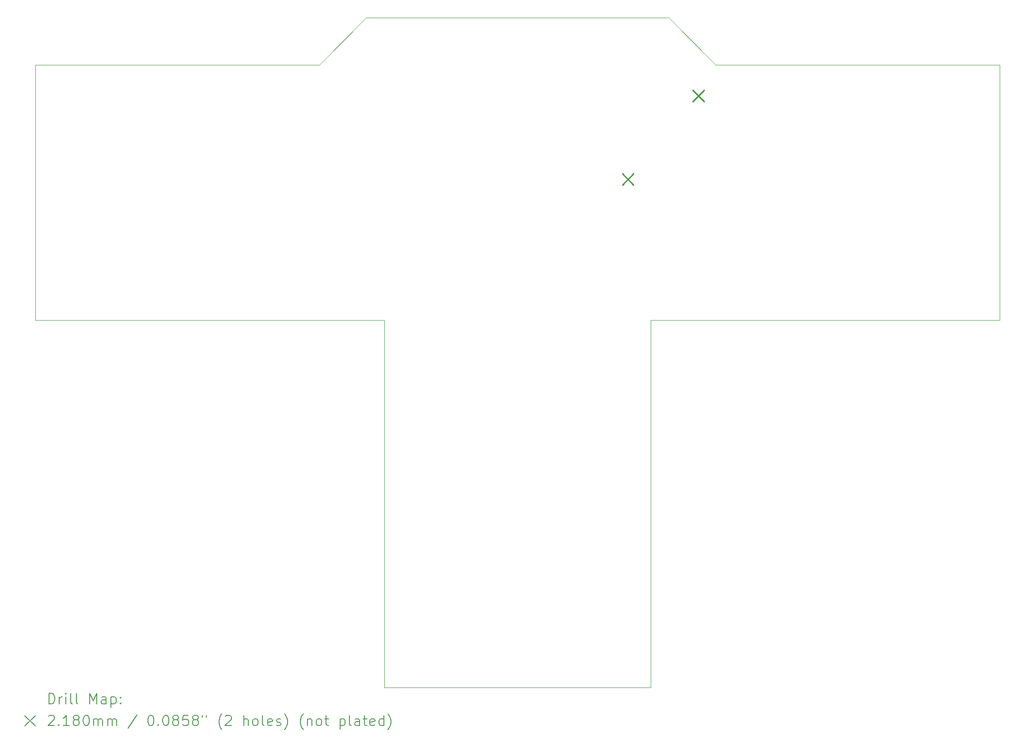
<source format=gbr>
%TF.GenerationSoftware,KiCad,Pcbnew,8.0.3*%
%TF.CreationDate,2024-07-01T16:26:18+02:00*%
%TF.ProjectId,bottomPCB,626f7474-6f6d-4504-9342-2e6b69636164,rev?*%
%TF.SameCoordinates,Original*%
%TF.FileFunction,Drillmap*%
%TF.FilePolarity,Positive*%
%FSLAX45Y45*%
G04 Gerber Fmt 4.5, Leading zero omitted, Abs format (unit mm)*
G04 Created by KiCad (PCBNEW 8.0.3) date 2024-07-01 16:26:18*
%MOMM*%
%LPD*%
G01*
G04 APERTURE LIST*
%ADD10C,0.050000*%
%ADD11C,0.200000*%
%ADD12C,0.218000*%
G04 APERTURE END LIST*
D10*
X-2800000Y1700000D02*
X-1900000Y2600000D01*
X10239000Y-3200000D02*
X10239000Y1700000D01*
X-1550000Y-10239000D02*
X3550000Y-10239000D01*
X4800000Y1700000D02*
X3900000Y2600000D01*
X-8239000Y-3200000D02*
X-1550000Y-3200000D01*
X-1550000Y-3200000D02*
X-1550000Y-10239000D01*
X4800000Y1700000D02*
X10239000Y1700000D01*
X-8239000Y-3200000D02*
X-8239000Y1700000D01*
X3550000Y-3200000D02*
X3550000Y-10239000D01*
X10239000Y-3200000D02*
X3550000Y-3200000D01*
X3900000Y2600000D02*
X-1900000Y2600000D01*
X-2800000Y1700000D02*
X-8239000Y1700000D01*
D11*
D12*
X3008000Y-384000D02*
X3226000Y-602000D01*
X3226000Y-384000D02*
X3008000Y-602000D01*
X4358000Y1216000D02*
X4576000Y998000D01*
X4576000Y1216000D02*
X4358000Y998000D01*
D11*
X-7980723Y-10552984D02*
X-7980723Y-10352984D01*
X-7980723Y-10352984D02*
X-7933104Y-10352984D01*
X-7933104Y-10352984D02*
X-7904533Y-10362508D01*
X-7904533Y-10362508D02*
X-7885485Y-10381555D01*
X-7885485Y-10381555D02*
X-7875961Y-10400603D01*
X-7875961Y-10400603D02*
X-7866437Y-10438698D01*
X-7866437Y-10438698D02*
X-7866437Y-10467270D01*
X-7866437Y-10467270D02*
X-7875961Y-10505365D01*
X-7875961Y-10505365D02*
X-7885485Y-10524412D01*
X-7885485Y-10524412D02*
X-7904533Y-10543460D01*
X-7904533Y-10543460D02*
X-7933104Y-10552984D01*
X-7933104Y-10552984D02*
X-7980723Y-10552984D01*
X-7780723Y-10552984D02*
X-7780723Y-10419650D01*
X-7780723Y-10457746D02*
X-7771199Y-10438698D01*
X-7771199Y-10438698D02*
X-7761675Y-10429174D01*
X-7761675Y-10429174D02*
X-7742628Y-10419650D01*
X-7742628Y-10419650D02*
X-7723580Y-10419650D01*
X-7656914Y-10552984D02*
X-7656914Y-10419650D01*
X-7656914Y-10352984D02*
X-7666437Y-10362508D01*
X-7666437Y-10362508D02*
X-7656914Y-10372031D01*
X-7656914Y-10372031D02*
X-7647390Y-10362508D01*
X-7647390Y-10362508D02*
X-7656914Y-10352984D01*
X-7656914Y-10352984D02*
X-7656914Y-10372031D01*
X-7533104Y-10552984D02*
X-7552152Y-10543460D01*
X-7552152Y-10543460D02*
X-7561675Y-10524412D01*
X-7561675Y-10524412D02*
X-7561675Y-10352984D01*
X-7428342Y-10552984D02*
X-7447390Y-10543460D01*
X-7447390Y-10543460D02*
X-7456914Y-10524412D01*
X-7456914Y-10524412D02*
X-7456914Y-10352984D01*
X-7199771Y-10552984D02*
X-7199771Y-10352984D01*
X-7199771Y-10352984D02*
X-7133104Y-10495841D01*
X-7133104Y-10495841D02*
X-7066437Y-10352984D01*
X-7066437Y-10352984D02*
X-7066437Y-10552984D01*
X-6885485Y-10552984D02*
X-6885485Y-10448222D01*
X-6885485Y-10448222D02*
X-6895009Y-10429174D01*
X-6895009Y-10429174D02*
X-6914056Y-10419650D01*
X-6914056Y-10419650D02*
X-6952152Y-10419650D01*
X-6952152Y-10419650D02*
X-6971199Y-10429174D01*
X-6885485Y-10543460D02*
X-6904533Y-10552984D01*
X-6904533Y-10552984D02*
X-6952152Y-10552984D01*
X-6952152Y-10552984D02*
X-6971199Y-10543460D01*
X-6971199Y-10543460D02*
X-6980723Y-10524412D01*
X-6980723Y-10524412D02*
X-6980723Y-10505365D01*
X-6980723Y-10505365D02*
X-6971199Y-10486317D01*
X-6971199Y-10486317D02*
X-6952152Y-10476793D01*
X-6952152Y-10476793D02*
X-6904533Y-10476793D01*
X-6904533Y-10476793D02*
X-6885485Y-10467270D01*
X-6790247Y-10419650D02*
X-6790247Y-10619650D01*
X-6790247Y-10429174D02*
X-6771199Y-10419650D01*
X-6771199Y-10419650D02*
X-6733104Y-10419650D01*
X-6733104Y-10419650D02*
X-6714056Y-10429174D01*
X-6714056Y-10429174D02*
X-6704533Y-10438698D01*
X-6704533Y-10438698D02*
X-6695009Y-10457746D01*
X-6695009Y-10457746D02*
X-6695009Y-10514889D01*
X-6695009Y-10514889D02*
X-6704533Y-10533936D01*
X-6704533Y-10533936D02*
X-6714056Y-10543460D01*
X-6714056Y-10543460D02*
X-6733104Y-10552984D01*
X-6733104Y-10552984D02*
X-6771199Y-10552984D01*
X-6771199Y-10552984D02*
X-6790247Y-10543460D01*
X-6609294Y-10533936D02*
X-6599771Y-10543460D01*
X-6599771Y-10543460D02*
X-6609294Y-10552984D01*
X-6609294Y-10552984D02*
X-6618818Y-10543460D01*
X-6618818Y-10543460D02*
X-6609294Y-10533936D01*
X-6609294Y-10533936D02*
X-6609294Y-10552984D01*
X-6609294Y-10429174D02*
X-6599771Y-10438698D01*
X-6599771Y-10438698D02*
X-6609294Y-10448222D01*
X-6609294Y-10448222D02*
X-6618818Y-10438698D01*
X-6618818Y-10438698D02*
X-6609294Y-10429174D01*
X-6609294Y-10429174D02*
X-6609294Y-10448222D01*
X-8441500Y-10781500D02*
X-8241500Y-10981500D01*
X-8241500Y-10781500D02*
X-8441500Y-10981500D01*
X-7990247Y-10792031D02*
X-7980723Y-10782508D01*
X-7980723Y-10782508D02*
X-7961675Y-10772984D01*
X-7961675Y-10772984D02*
X-7914056Y-10772984D01*
X-7914056Y-10772984D02*
X-7895009Y-10782508D01*
X-7895009Y-10782508D02*
X-7885485Y-10792031D01*
X-7885485Y-10792031D02*
X-7875961Y-10811079D01*
X-7875961Y-10811079D02*
X-7875961Y-10830127D01*
X-7875961Y-10830127D02*
X-7885485Y-10858698D01*
X-7885485Y-10858698D02*
X-7999771Y-10972984D01*
X-7999771Y-10972984D02*
X-7875961Y-10972984D01*
X-7790247Y-10953936D02*
X-7780723Y-10963460D01*
X-7780723Y-10963460D02*
X-7790247Y-10972984D01*
X-7790247Y-10972984D02*
X-7799771Y-10963460D01*
X-7799771Y-10963460D02*
X-7790247Y-10953936D01*
X-7790247Y-10953936D02*
X-7790247Y-10972984D01*
X-7590247Y-10972984D02*
X-7704533Y-10972984D01*
X-7647390Y-10972984D02*
X-7647390Y-10772984D01*
X-7647390Y-10772984D02*
X-7666437Y-10801555D01*
X-7666437Y-10801555D02*
X-7685485Y-10820603D01*
X-7685485Y-10820603D02*
X-7704533Y-10830127D01*
X-7475961Y-10858698D02*
X-7495009Y-10849174D01*
X-7495009Y-10849174D02*
X-7504533Y-10839650D01*
X-7504533Y-10839650D02*
X-7514056Y-10820603D01*
X-7514056Y-10820603D02*
X-7514056Y-10811079D01*
X-7514056Y-10811079D02*
X-7504533Y-10792031D01*
X-7504533Y-10792031D02*
X-7495009Y-10782508D01*
X-7495009Y-10782508D02*
X-7475961Y-10772984D01*
X-7475961Y-10772984D02*
X-7437866Y-10772984D01*
X-7437866Y-10772984D02*
X-7418818Y-10782508D01*
X-7418818Y-10782508D02*
X-7409294Y-10792031D01*
X-7409294Y-10792031D02*
X-7399771Y-10811079D01*
X-7399771Y-10811079D02*
X-7399771Y-10820603D01*
X-7399771Y-10820603D02*
X-7409294Y-10839650D01*
X-7409294Y-10839650D02*
X-7418818Y-10849174D01*
X-7418818Y-10849174D02*
X-7437866Y-10858698D01*
X-7437866Y-10858698D02*
X-7475961Y-10858698D01*
X-7475961Y-10858698D02*
X-7495009Y-10868222D01*
X-7495009Y-10868222D02*
X-7504533Y-10877746D01*
X-7504533Y-10877746D02*
X-7514056Y-10896793D01*
X-7514056Y-10896793D02*
X-7514056Y-10934889D01*
X-7514056Y-10934889D02*
X-7504533Y-10953936D01*
X-7504533Y-10953936D02*
X-7495009Y-10963460D01*
X-7495009Y-10963460D02*
X-7475961Y-10972984D01*
X-7475961Y-10972984D02*
X-7437866Y-10972984D01*
X-7437866Y-10972984D02*
X-7418818Y-10963460D01*
X-7418818Y-10963460D02*
X-7409294Y-10953936D01*
X-7409294Y-10953936D02*
X-7399771Y-10934889D01*
X-7399771Y-10934889D02*
X-7399771Y-10896793D01*
X-7399771Y-10896793D02*
X-7409294Y-10877746D01*
X-7409294Y-10877746D02*
X-7418818Y-10868222D01*
X-7418818Y-10868222D02*
X-7437866Y-10858698D01*
X-7275961Y-10772984D02*
X-7256913Y-10772984D01*
X-7256913Y-10772984D02*
X-7237866Y-10782508D01*
X-7237866Y-10782508D02*
X-7228342Y-10792031D01*
X-7228342Y-10792031D02*
X-7218818Y-10811079D01*
X-7218818Y-10811079D02*
X-7209294Y-10849174D01*
X-7209294Y-10849174D02*
X-7209294Y-10896793D01*
X-7209294Y-10896793D02*
X-7218818Y-10934889D01*
X-7218818Y-10934889D02*
X-7228342Y-10953936D01*
X-7228342Y-10953936D02*
X-7237866Y-10963460D01*
X-7237866Y-10963460D02*
X-7256913Y-10972984D01*
X-7256913Y-10972984D02*
X-7275961Y-10972984D01*
X-7275961Y-10972984D02*
X-7295009Y-10963460D01*
X-7295009Y-10963460D02*
X-7304533Y-10953936D01*
X-7304533Y-10953936D02*
X-7314056Y-10934889D01*
X-7314056Y-10934889D02*
X-7323580Y-10896793D01*
X-7323580Y-10896793D02*
X-7323580Y-10849174D01*
X-7323580Y-10849174D02*
X-7314056Y-10811079D01*
X-7314056Y-10811079D02*
X-7304533Y-10792031D01*
X-7304533Y-10792031D02*
X-7295009Y-10782508D01*
X-7295009Y-10782508D02*
X-7275961Y-10772984D01*
X-7123580Y-10972984D02*
X-7123580Y-10839650D01*
X-7123580Y-10858698D02*
X-7114056Y-10849174D01*
X-7114056Y-10849174D02*
X-7095009Y-10839650D01*
X-7095009Y-10839650D02*
X-7066437Y-10839650D01*
X-7066437Y-10839650D02*
X-7047390Y-10849174D01*
X-7047390Y-10849174D02*
X-7037866Y-10868222D01*
X-7037866Y-10868222D02*
X-7037866Y-10972984D01*
X-7037866Y-10868222D02*
X-7028342Y-10849174D01*
X-7028342Y-10849174D02*
X-7009294Y-10839650D01*
X-7009294Y-10839650D02*
X-6980723Y-10839650D01*
X-6980723Y-10839650D02*
X-6961675Y-10849174D01*
X-6961675Y-10849174D02*
X-6952152Y-10868222D01*
X-6952152Y-10868222D02*
X-6952152Y-10972984D01*
X-6856913Y-10972984D02*
X-6856913Y-10839650D01*
X-6856913Y-10858698D02*
X-6847390Y-10849174D01*
X-6847390Y-10849174D02*
X-6828342Y-10839650D01*
X-6828342Y-10839650D02*
X-6799771Y-10839650D01*
X-6799771Y-10839650D02*
X-6780723Y-10849174D01*
X-6780723Y-10849174D02*
X-6771199Y-10868222D01*
X-6771199Y-10868222D02*
X-6771199Y-10972984D01*
X-6771199Y-10868222D02*
X-6761675Y-10849174D01*
X-6761675Y-10849174D02*
X-6742628Y-10839650D01*
X-6742628Y-10839650D02*
X-6714056Y-10839650D01*
X-6714056Y-10839650D02*
X-6695009Y-10849174D01*
X-6695009Y-10849174D02*
X-6685485Y-10868222D01*
X-6685485Y-10868222D02*
X-6685485Y-10972984D01*
X-6295009Y-10763460D02*
X-6466437Y-11020603D01*
X-6037866Y-10772984D02*
X-6018818Y-10772984D01*
X-6018818Y-10772984D02*
X-5999770Y-10782508D01*
X-5999770Y-10782508D02*
X-5990247Y-10792031D01*
X-5990247Y-10792031D02*
X-5980723Y-10811079D01*
X-5980723Y-10811079D02*
X-5971199Y-10849174D01*
X-5971199Y-10849174D02*
X-5971199Y-10896793D01*
X-5971199Y-10896793D02*
X-5980723Y-10934889D01*
X-5980723Y-10934889D02*
X-5990247Y-10953936D01*
X-5990247Y-10953936D02*
X-5999770Y-10963460D01*
X-5999770Y-10963460D02*
X-6018818Y-10972984D01*
X-6018818Y-10972984D02*
X-6037866Y-10972984D01*
X-6037866Y-10972984D02*
X-6056913Y-10963460D01*
X-6056913Y-10963460D02*
X-6066437Y-10953936D01*
X-6066437Y-10953936D02*
X-6075961Y-10934889D01*
X-6075961Y-10934889D02*
X-6085485Y-10896793D01*
X-6085485Y-10896793D02*
X-6085485Y-10849174D01*
X-6085485Y-10849174D02*
X-6075961Y-10811079D01*
X-6075961Y-10811079D02*
X-6066437Y-10792031D01*
X-6066437Y-10792031D02*
X-6056913Y-10782508D01*
X-6056913Y-10782508D02*
X-6037866Y-10772984D01*
X-5885485Y-10953936D02*
X-5875961Y-10963460D01*
X-5875961Y-10963460D02*
X-5885485Y-10972984D01*
X-5885485Y-10972984D02*
X-5895009Y-10963460D01*
X-5895009Y-10963460D02*
X-5885485Y-10953936D01*
X-5885485Y-10953936D02*
X-5885485Y-10972984D01*
X-5752151Y-10772984D02*
X-5733104Y-10772984D01*
X-5733104Y-10772984D02*
X-5714056Y-10782508D01*
X-5714056Y-10782508D02*
X-5704532Y-10792031D01*
X-5704532Y-10792031D02*
X-5695009Y-10811079D01*
X-5695009Y-10811079D02*
X-5685485Y-10849174D01*
X-5685485Y-10849174D02*
X-5685485Y-10896793D01*
X-5685485Y-10896793D02*
X-5695009Y-10934889D01*
X-5695009Y-10934889D02*
X-5704532Y-10953936D01*
X-5704532Y-10953936D02*
X-5714056Y-10963460D01*
X-5714056Y-10963460D02*
X-5733104Y-10972984D01*
X-5733104Y-10972984D02*
X-5752151Y-10972984D01*
X-5752151Y-10972984D02*
X-5771199Y-10963460D01*
X-5771199Y-10963460D02*
X-5780723Y-10953936D01*
X-5780723Y-10953936D02*
X-5790247Y-10934889D01*
X-5790247Y-10934889D02*
X-5799770Y-10896793D01*
X-5799770Y-10896793D02*
X-5799770Y-10849174D01*
X-5799770Y-10849174D02*
X-5790247Y-10811079D01*
X-5790247Y-10811079D02*
X-5780723Y-10792031D01*
X-5780723Y-10792031D02*
X-5771199Y-10782508D01*
X-5771199Y-10782508D02*
X-5752151Y-10772984D01*
X-5571199Y-10858698D02*
X-5590247Y-10849174D01*
X-5590247Y-10849174D02*
X-5599770Y-10839650D01*
X-5599770Y-10839650D02*
X-5609294Y-10820603D01*
X-5609294Y-10820603D02*
X-5609294Y-10811079D01*
X-5609294Y-10811079D02*
X-5599770Y-10792031D01*
X-5599770Y-10792031D02*
X-5590247Y-10782508D01*
X-5590247Y-10782508D02*
X-5571199Y-10772984D01*
X-5571199Y-10772984D02*
X-5533104Y-10772984D01*
X-5533104Y-10772984D02*
X-5514056Y-10782508D01*
X-5514056Y-10782508D02*
X-5504532Y-10792031D01*
X-5504532Y-10792031D02*
X-5495009Y-10811079D01*
X-5495009Y-10811079D02*
X-5495009Y-10820603D01*
X-5495009Y-10820603D02*
X-5504532Y-10839650D01*
X-5504532Y-10839650D02*
X-5514056Y-10849174D01*
X-5514056Y-10849174D02*
X-5533104Y-10858698D01*
X-5533104Y-10858698D02*
X-5571199Y-10858698D01*
X-5571199Y-10858698D02*
X-5590247Y-10868222D01*
X-5590247Y-10868222D02*
X-5599770Y-10877746D01*
X-5599770Y-10877746D02*
X-5609294Y-10896793D01*
X-5609294Y-10896793D02*
X-5609294Y-10934889D01*
X-5609294Y-10934889D02*
X-5599770Y-10953936D01*
X-5599770Y-10953936D02*
X-5590247Y-10963460D01*
X-5590247Y-10963460D02*
X-5571199Y-10972984D01*
X-5571199Y-10972984D02*
X-5533104Y-10972984D01*
X-5533104Y-10972984D02*
X-5514056Y-10963460D01*
X-5514056Y-10963460D02*
X-5504532Y-10953936D01*
X-5504532Y-10953936D02*
X-5495009Y-10934889D01*
X-5495009Y-10934889D02*
X-5495009Y-10896793D01*
X-5495009Y-10896793D02*
X-5504532Y-10877746D01*
X-5504532Y-10877746D02*
X-5514056Y-10868222D01*
X-5514056Y-10868222D02*
X-5533104Y-10858698D01*
X-5314056Y-10772984D02*
X-5409294Y-10772984D01*
X-5409294Y-10772984D02*
X-5418818Y-10868222D01*
X-5418818Y-10868222D02*
X-5409294Y-10858698D01*
X-5409294Y-10858698D02*
X-5390247Y-10849174D01*
X-5390247Y-10849174D02*
X-5342628Y-10849174D01*
X-5342628Y-10849174D02*
X-5323580Y-10858698D01*
X-5323580Y-10858698D02*
X-5314056Y-10868222D01*
X-5314056Y-10868222D02*
X-5304532Y-10887270D01*
X-5304532Y-10887270D02*
X-5304532Y-10934889D01*
X-5304532Y-10934889D02*
X-5314056Y-10953936D01*
X-5314056Y-10953936D02*
X-5323580Y-10963460D01*
X-5323580Y-10963460D02*
X-5342628Y-10972984D01*
X-5342628Y-10972984D02*
X-5390247Y-10972984D01*
X-5390247Y-10972984D02*
X-5409294Y-10963460D01*
X-5409294Y-10963460D02*
X-5418818Y-10953936D01*
X-5190247Y-10858698D02*
X-5209294Y-10849174D01*
X-5209294Y-10849174D02*
X-5218818Y-10839650D01*
X-5218818Y-10839650D02*
X-5228342Y-10820603D01*
X-5228342Y-10820603D02*
X-5228342Y-10811079D01*
X-5228342Y-10811079D02*
X-5218818Y-10792031D01*
X-5218818Y-10792031D02*
X-5209294Y-10782508D01*
X-5209294Y-10782508D02*
X-5190247Y-10772984D01*
X-5190247Y-10772984D02*
X-5152151Y-10772984D01*
X-5152151Y-10772984D02*
X-5133104Y-10782508D01*
X-5133104Y-10782508D02*
X-5123580Y-10792031D01*
X-5123580Y-10792031D02*
X-5114056Y-10811079D01*
X-5114056Y-10811079D02*
X-5114056Y-10820603D01*
X-5114056Y-10820603D02*
X-5123580Y-10839650D01*
X-5123580Y-10839650D02*
X-5133104Y-10849174D01*
X-5133104Y-10849174D02*
X-5152151Y-10858698D01*
X-5152151Y-10858698D02*
X-5190247Y-10858698D01*
X-5190247Y-10858698D02*
X-5209294Y-10868222D01*
X-5209294Y-10868222D02*
X-5218818Y-10877746D01*
X-5218818Y-10877746D02*
X-5228342Y-10896793D01*
X-5228342Y-10896793D02*
X-5228342Y-10934889D01*
X-5228342Y-10934889D02*
X-5218818Y-10953936D01*
X-5218818Y-10953936D02*
X-5209294Y-10963460D01*
X-5209294Y-10963460D02*
X-5190247Y-10972984D01*
X-5190247Y-10972984D02*
X-5152151Y-10972984D01*
X-5152151Y-10972984D02*
X-5133104Y-10963460D01*
X-5133104Y-10963460D02*
X-5123580Y-10953936D01*
X-5123580Y-10953936D02*
X-5114056Y-10934889D01*
X-5114056Y-10934889D02*
X-5114056Y-10896793D01*
X-5114056Y-10896793D02*
X-5123580Y-10877746D01*
X-5123580Y-10877746D02*
X-5133104Y-10868222D01*
X-5133104Y-10868222D02*
X-5152151Y-10858698D01*
X-5037866Y-10772984D02*
X-5037866Y-10811079D01*
X-4961675Y-10772984D02*
X-4961675Y-10811079D01*
X-4666437Y-11049174D02*
X-4675961Y-11039650D01*
X-4675961Y-11039650D02*
X-4695009Y-11011079D01*
X-4695009Y-11011079D02*
X-4704532Y-10992031D01*
X-4704532Y-10992031D02*
X-4714056Y-10963460D01*
X-4714056Y-10963460D02*
X-4723580Y-10915841D01*
X-4723580Y-10915841D02*
X-4723580Y-10877746D01*
X-4723580Y-10877746D02*
X-4714056Y-10830127D01*
X-4714056Y-10830127D02*
X-4704532Y-10801555D01*
X-4704532Y-10801555D02*
X-4695009Y-10782508D01*
X-4695009Y-10782508D02*
X-4675961Y-10753936D01*
X-4675961Y-10753936D02*
X-4666437Y-10744412D01*
X-4599770Y-10792031D02*
X-4590247Y-10782508D01*
X-4590247Y-10782508D02*
X-4571199Y-10772984D01*
X-4571199Y-10772984D02*
X-4523580Y-10772984D01*
X-4523580Y-10772984D02*
X-4504532Y-10782508D01*
X-4504532Y-10782508D02*
X-4495009Y-10792031D01*
X-4495009Y-10792031D02*
X-4485485Y-10811079D01*
X-4485485Y-10811079D02*
X-4485485Y-10830127D01*
X-4485485Y-10830127D02*
X-4495009Y-10858698D01*
X-4495009Y-10858698D02*
X-4609294Y-10972984D01*
X-4609294Y-10972984D02*
X-4485485Y-10972984D01*
X-4247389Y-10972984D02*
X-4247389Y-10772984D01*
X-4161675Y-10972984D02*
X-4161675Y-10868222D01*
X-4161675Y-10868222D02*
X-4171199Y-10849174D01*
X-4171199Y-10849174D02*
X-4190246Y-10839650D01*
X-4190246Y-10839650D02*
X-4218818Y-10839650D01*
X-4218818Y-10839650D02*
X-4237866Y-10849174D01*
X-4237866Y-10849174D02*
X-4247389Y-10858698D01*
X-4037866Y-10972984D02*
X-4056913Y-10963460D01*
X-4056913Y-10963460D02*
X-4066437Y-10953936D01*
X-4066437Y-10953936D02*
X-4075961Y-10934889D01*
X-4075961Y-10934889D02*
X-4075961Y-10877746D01*
X-4075961Y-10877746D02*
X-4066437Y-10858698D01*
X-4066437Y-10858698D02*
X-4056913Y-10849174D01*
X-4056913Y-10849174D02*
X-4037866Y-10839650D01*
X-4037866Y-10839650D02*
X-4009294Y-10839650D01*
X-4009294Y-10839650D02*
X-3990246Y-10849174D01*
X-3990246Y-10849174D02*
X-3980723Y-10858698D01*
X-3980723Y-10858698D02*
X-3971199Y-10877746D01*
X-3971199Y-10877746D02*
X-3971199Y-10934889D01*
X-3971199Y-10934889D02*
X-3980723Y-10953936D01*
X-3980723Y-10953936D02*
X-3990246Y-10963460D01*
X-3990246Y-10963460D02*
X-4009294Y-10972984D01*
X-4009294Y-10972984D02*
X-4037866Y-10972984D01*
X-3856913Y-10972984D02*
X-3875961Y-10963460D01*
X-3875961Y-10963460D02*
X-3885485Y-10944412D01*
X-3885485Y-10944412D02*
X-3885485Y-10772984D01*
X-3704532Y-10963460D02*
X-3723580Y-10972984D01*
X-3723580Y-10972984D02*
X-3761675Y-10972984D01*
X-3761675Y-10972984D02*
X-3780723Y-10963460D01*
X-3780723Y-10963460D02*
X-3790246Y-10944412D01*
X-3790246Y-10944412D02*
X-3790246Y-10868222D01*
X-3790246Y-10868222D02*
X-3780723Y-10849174D01*
X-3780723Y-10849174D02*
X-3761675Y-10839650D01*
X-3761675Y-10839650D02*
X-3723580Y-10839650D01*
X-3723580Y-10839650D02*
X-3704532Y-10849174D01*
X-3704532Y-10849174D02*
X-3695008Y-10868222D01*
X-3695008Y-10868222D02*
X-3695008Y-10887270D01*
X-3695008Y-10887270D02*
X-3790246Y-10906317D01*
X-3618818Y-10963460D02*
X-3599770Y-10972984D01*
X-3599770Y-10972984D02*
X-3561675Y-10972984D01*
X-3561675Y-10972984D02*
X-3542627Y-10963460D01*
X-3542627Y-10963460D02*
X-3533104Y-10944412D01*
X-3533104Y-10944412D02*
X-3533104Y-10934889D01*
X-3533104Y-10934889D02*
X-3542627Y-10915841D01*
X-3542627Y-10915841D02*
X-3561675Y-10906317D01*
X-3561675Y-10906317D02*
X-3590246Y-10906317D01*
X-3590246Y-10906317D02*
X-3609294Y-10896793D01*
X-3609294Y-10896793D02*
X-3618818Y-10877746D01*
X-3618818Y-10877746D02*
X-3618818Y-10868222D01*
X-3618818Y-10868222D02*
X-3609294Y-10849174D01*
X-3609294Y-10849174D02*
X-3590246Y-10839650D01*
X-3590246Y-10839650D02*
X-3561675Y-10839650D01*
X-3561675Y-10839650D02*
X-3542627Y-10849174D01*
X-3466437Y-11049174D02*
X-3456913Y-11039650D01*
X-3456913Y-11039650D02*
X-3437865Y-11011079D01*
X-3437865Y-11011079D02*
X-3428342Y-10992031D01*
X-3428342Y-10992031D02*
X-3418818Y-10963460D01*
X-3418818Y-10963460D02*
X-3409294Y-10915841D01*
X-3409294Y-10915841D02*
X-3409294Y-10877746D01*
X-3409294Y-10877746D02*
X-3418818Y-10830127D01*
X-3418818Y-10830127D02*
X-3428342Y-10801555D01*
X-3428342Y-10801555D02*
X-3437865Y-10782508D01*
X-3437865Y-10782508D02*
X-3456913Y-10753936D01*
X-3456913Y-10753936D02*
X-3466437Y-10744412D01*
X-3104532Y-11049174D02*
X-3114056Y-11039650D01*
X-3114056Y-11039650D02*
X-3133104Y-11011079D01*
X-3133104Y-11011079D02*
X-3142627Y-10992031D01*
X-3142627Y-10992031D02*
X-3152151Y-10963460D01*
X-3152151Y-10963460D02*
X-3161675Y-10915841D01*
X-3161675Y-10915841D02*
X-3161675Y-10877746D01*
X-3161675Y-10877746D02*
X-3152151Y-10830127D01*
X-3152151Y-10830127D02*
X-3142627Y-10801555D01*
X-3142627Y-10801555D02*
X-3133104Y-10782508D01*
X-3133104Y-10782508D02*
X-3114056Y-10753936D01*
X-3114056Y-10753936D02*
X-3104532Y-10744412D01*
X-3028342Y-10839650D02*
X-3028342Y-10972984D01*
X-3028342Y-10858698D02*
X-3018818Y-10849174D01*
X-3018818Y-10849174D02*
X-2999770Y-10839650D01*
X-2999770Y-10839650D02*
X-2971199Y-10839650D01*
X-2971199Y-10839650D02*
X-2952151Y-10849174D01*
X-2952151Y-10849174D02*
X-2942627Y-10868222D01*
X-2942627Y-10868222D02*
X-2942627Y-10972984D01*
X-2818818Y-10972984D02*
X-2837865Y-10963460D01*
X-2837865Y-10963460D02*
X-2847389Y-10953936D01*
X-2847389Y-10953936D02*
X-2856913Y-10934889D01*
X-2856913Y-10934889D02*
X-2856913Y-10877746D01*
X-2856913Y-10877746D02*
X-2847389Y-10858698D01*
X-2847389Y-10858698D02*
X-2837865Y-10849174D01*
X-2837865Y-10849174D02*
X-2818818Y-10839650D01*
X-2818818Y-10839650D02*
X-2790246Y-10839650D01*
X-2790246Y-10839650D02*
X-2771199Y-10849174D01*
X-2771199Y-10849174D02*
X-2761675Y-10858698D01*
X-2761675Y-10858698D02*
X-2752151Y-10877746D01*
X-2752151Y-10877746D02*
X-2752151Y-10934889D01*
X-2752151Y-10934889D02*
X-2761675Y-10953936D01*
X-2761675Y-10953936D02*
X-2771199Y-10963460D01*
X-2771199Y-10963460D02*
X-2790246Y-10972984D01*
X-2790246Y-10972984D02*
X-2818818Y-10972984D01*
X-2695008Y-10839650D02*
X-2618818Y-10839650D01*
X-2666437Y-10772984D02*
X-2666437Y-10944412D01*
X-2666437Y-10944412D02*
X-2656913Y-10963460D01*
X-2656913Y-10963460D02*
X-2637866Y-10972984D01*
X-2637866Y-10972984D02*
X-2618818Y-10972984D01*
X-2399770Y-10839650D02*
X-2399770Y-11039650D01*
X-2399770Y-10849174D02*
X-2380723Y-10839650D01*
X-2380723Y-10839650D02*
X-2342627Y-10839650D01*
X-2342627Y-10839650D02*
X-2323580Y-10849174D01*
X-2323580Y-10849174D02*
X-2314056Y-10858698D01*
X-2314056Y-10858698D02*
X-2304532Y-10877746D01*
X-2304532Y-10877746D02*
X-2304532Y-10934889D01*
X-2304532Y-10934889D02*
X-2314056Y-10953936D01*
X-2314056Y-10953936D02*
X-2323580Y-10963460D01*
X-2323580Y-10963460D02*
X-2342627Y-10972984D01*
X-2342627Y-10972984D02*
X-2380723Y-10972984D01*
X-2380723Y-10972984D02*
X-2399770Y-10963460D01*
X-2190246Y-10972984D02*
X-2209294Y-10963460D01*
X-2209294Y-10963460D02*
X-2218818Y-10944412D01*
X-2218818Y-10944412D02*
X-2218818Y-10772984D01*
X-2028342Y-10972984D02*
X-2028342Y-10868222D01*
X-2028342Y-10868222D02*
X-2037865Y-10849174D01*
X-2037865Y-10849174D02*
X-2056913Y-10839650D01*
X-2056913Y-10839650D02*
X-2095008Y-10839650D01*
X-2095008Y-10839650D02*
X-2114056Y-10849174D01*
X-2028342Y-10963460D02*
X-2047389Y-10972984D01*
X-2047389Y-10972984D02*
X-2095008Y-10972984D01*
X-2095008Y-10972984D02*
X-2114056Y-10963460D01*
X-2114056Y-10963460D02*
X-2123580Y-10944412D01*
X-2123580Y-10944412D02*
X-2123580Y-10925365D01*
X-2123580Y-10925365D02*
X-2114056Y-10906317D01*
X-2114056Y-10906317D02*
X-2095008Y-10896793D01*
X-2095008Y-10896793D02*
X-2047389Y-10896793D01*
X-2047389Y-10896793D02*
X-2028342Y-10887270D01*
X-1961675Y-10839650D02*
X-1885484Y-10839650D01*
X-1933103Y-10772984D02*
X-1933103Y-10944412D01*
X-1933103Y-10944412D02*
X-1923580Y-10963460D01*
X-1923580Y-10963460D02*
X-1904532Y-10972984D01*
X-1904532Y-10972984D02*
X-1885484Y-10972984D01*
X-1742627Y-10963460D02*
X-1761675Y-10972984D01*
X-1761675Y-10972984D02*
X-1799770Y-10972984D01*
X-1799770Y-10972984D02*
X-1818818Y-10963460D01*
X-1818818Y-10963460D02*
X-1828342Y-10944412D01*
X-1828342Y-10944412D02*
X-1828342Y-10868222D01*
X-1828342Y-10868222D02*
X-1818818Y-10849174D01*
X-1818818Y-10849174D02*
X-1799770Y-10839650D01*
X-1799770Y-10839650D02*
X-1761675Y-10839650D01*
X-1761675Y-10839650D02*
X-1742627Y-10849174D01*
X-1742627Y-10849174D02*
X-1733103Y-10868222D01*
X-1733103Y-10868222D02*
X-1733103Y-10887270D01*
X-1733103Y-10887270D02*
X-1828342Y-10906317D01*
X-1561675Y-10972984D02*
X-1561675Y-10772984D01*
X-1561675Y-10963460D02*
X-1580722Y-10972984D01*
X-1580722Y-10972984D02*
X-1618818Y-10972984D01*
X-1618818Y-10972984D02*
X-1637865Y-10963460D01*
X-1637865Y-10963460D02*
X-1647389Y-10953936D01*
X-1647389Y-10953936D02*
X-1656913Y-10934889D01*
X-1656913Y-10934889D02*
X-1656913Y-10877746D01*
X-1656913Y-10877746D02*
X-1647389Y-10858698D01*
X-1647389Y-10858698D02*
X-1637865Y-10849174D01*
X-1637865Y-10849174D02*
X-1618818Y-10839650D01*
X-1618818Y-10839650D02*
X-1580722Y-10839650D01*
X-1580722Y-10839650D02*
X-1561675Y-10849174D01*
X-1485484Y-11049174D02*
X-1475961Y-11039650D01*
X-1475961Y-11039650D02*
X-1456913Y-11011079D01*
X-1456913Y-11011079D02*
X-1447389Y-10992031D01*
X-1447389Y-10992031D02*
X-1437865Y-10963460D01*
X-1437865Y-10963460D02*
X-1428342Y-10915841D01*
X-1428342Y-10915841D02*
X-1428342Y-10877746D01*
X-1428342Y-10877746D02*
X-1437865Y-10830127D01*
X-1437865Y-10830127D02*
X-1447389Y-10801555D01*
X-1447389Y-10801555D02*
X-1456913Y-10782508D01*
X-1456913Y-10782508D02*
X-1475961Y-10753936D01*
X-1475961Y-10753936D02*
X-1485484Y-10744412D01*
M02*

</source>
